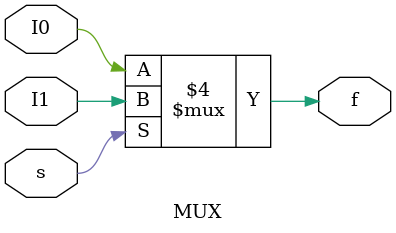
<source format=v>
module MUX(s,I0,I1,f);
input I0;
input I1;
input s;
output reg f;
always @ (I0 or I1 or s)
if(s==0)
f=I0;
else
f=I1;
endmodule

</source>
